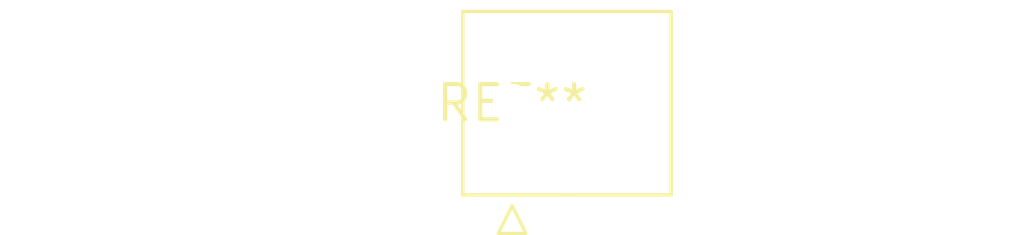
<source format=kicad_pcb>
(kicad_pcb (version 20240108) (generator pcbnew)
  (layers (0 "F.Cu" signal) (31 "B.Cu" signal) (34 "B.Paste" user) (35 "F.Paste" user) (36 "B.SilkS" user "B.Silkscreen") (37 "F.SilkS" user "F.Silkscreen") (38 "B.Mask" user) (39 "F.Mask" user) (44 "Edge.Cuts" user))
  (net 0 "")
  (footprint "TE_826576-2_1x02_P3.96mm_Vertical" (layer "F.Cu") (at 0 0)
    (property "Reference" "REF**")
    (property "Value" "TE_826576-2_1x02_P3.96mm_Vertical")
    (fp_line (start -1.78 -3.31) (end -1.78 3.31) (layer "F.SilkS") (stroke (width 0.12)))
    (fp_line (start -1.78 3.31) (end 1.98 3.31) (layer "F.SilkS") (stroke (width 0.12)))
    (fp_line (start -0.5 4.7) (end 0 3.7) (layer "F.SilkS") (stroke (width 0.12)))
    (fp_line (start 0 3.7) (end 0.5 4.7) (layer "F.SilkS") (stroke (width 0.12)))
    (fp_line (start 0.5 4.7) (end -0.5 4.7) (layer "F.SilkS") (stroke (width 0.12)))
    (fp_line (start 1.98 -3.31) (end -1.78 -3.31) (layer "F.SilkS") (stroke (width 0.12)))
    (fp_line (start 1.98 -3.31) (end 5.74 -3.31) (layer "F.SilkS") (stroke (width 0.12)))
    (fp_line (start 5.74 -3.31) (end 5.74 3.31) (layer "F.SilkS") (stroke (width 0.12)))
    (fp_line (start 5.74 3.31) (end 1.98 3.31) (layer "F.SilkS") (stroke (width 0.12)))
    (pad "1" thru_hole roundrect (at 0 0) (size 2.4 2.4) (drill 1.4) (layers *.Cu *.Mask) (remove_unused_layers) (roundrect_rratio 0.104167))
    (pad "2" thru_hole circle (at 3.96 0) (size 2.4 2.4) (drill 1.4) (layers *.Cu *.Mask) (remove_unused_layers))
  )
)
</source>
